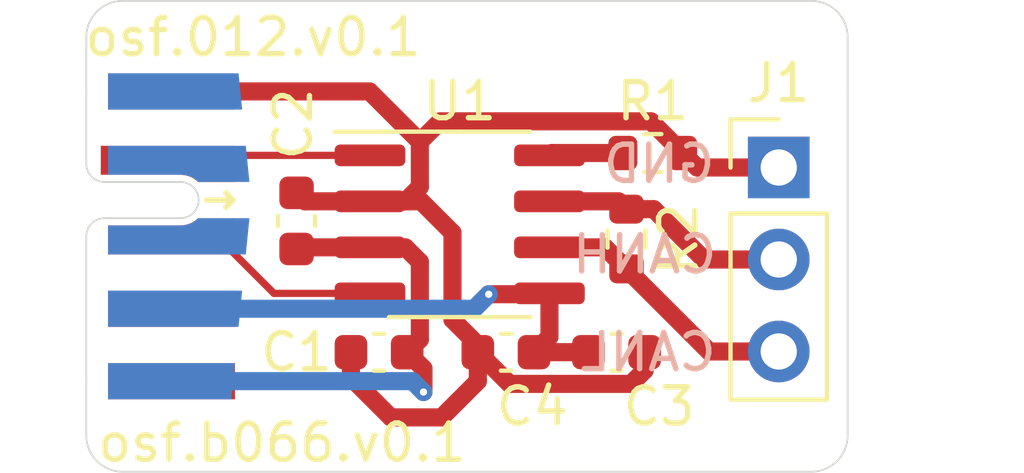
<source format=kicad_pcb>
(kicad_pcb (version 20171130) (host pcbnew "(5.1.10)-1")

  (general
    (thickness 1.6)
    (drawings 15)
    (tracks 60)
    (zones 0)
    (modules 9)
    (nets 9)
  )

  (page A4)
  (layers
    (0 F.Cu signal)
    (31 B.Cu signal)
    (32 B.Adhes user)
    (33 F.Adhes user)
    (34 B.Paste user)
    (35 F.Paste user)
    (36 B.SilkS user)
    (37 F.SilkS user)
    (38 B.Mask user)
    (39 F.Mask user)
    (40 Dwgs.User user)
    (41 Cmts.User user)
    (42 Eco1.User user)
    (43 Eco2.User user)
    (44 Edge.Cuts user)
    (45 Margin user)
    (46 B.CrtYd user)
    (47 F.CrtYd user)
    (48 B.Fab user)
    (49 F.Fab user)
  )

  (setup
    (last_trace_width 0.2)
    (user_trace_width 0.2)
    (user_trace_width 0.5)
    (trace_clearance 0.15)
    (zone_clearance 0.4)
    (zone_45_only no)
    (trace_min 0.15)
    (via_size 0.45)
    (via_drill 0.2)
    (via_min_size 0.45)
    (via_min_drill 0.2)
    (uvia_size 0.3)
    (uvia_drill 0.1)
    (uvias_allowed no)
    (uvia_min_size 0.2)
    (uvia_min_drill 0.1)
    (edge_width 0.05)
    (segment_width 0.2)
    (pcb_text_width 0.3)
    (pcb_text_size 1.5 1.5)
    (mod_edge_width 0.12)
    (mod_text_size 1 1)
    (mod_text_width 0.15)
    (pad_size 1.524 1.524)
    (pad_drill 0.762)
    (pad_to_mask_clearance 0.04)
    (solder_mask_min_width 0.1)
    (aux_axis_origin 0 0)
    (visible_elements 7FFFFFFF)
    (pcbplotparams
      (layerselection 0x010fc_ffffffff)
      (usegerberextensions false)
      (usegerberattributes false)
      (usegerberadvancedattributes false)
      (creategerberjobfile false)
      (excludeedgelayer true)
      (linewidth 0.100000)
      (plotframeref false)
      (viasonmask false)
      (mode 1)
      (useauxorigin false)
      (hpglpennumber 1)
      (hpglpenspeed 20)
      (hpglpendiameter 15.000000)
      (psnegative false)
      (psa4output false)
      (plotreference true)
      (plotvalue true)
      (plotinvisibletext false)
      (padsonsilk false)
      (subtractmaskfromsilk false)
      (outputformat 1)
      (mirror false)
      (drillshape 0)
      (scaleselection 1)
      (outputdirectory "gerber"))
  )

  (net 0 "")
  (net 1 GND)
  (net 2 +3V3)
  (net 3 "Net-(R1-Pad1)")
  (net 4 /controller/CAN_TX)
  (net 5 /controller/CAN_RX)
  (net 6 +5V)
  (net 7 /controller/CANL)
  (net 8 /controller/CANH)

  (net_class Default "This is the default net class."
    (clearance 0.15)
    (trace_width 0.15)
    (via_dia 0.45)
    (via_drill 0.2)
    (uvia_dia 0.3)
    (uvia_drill 0.1)
    (add_net +3V3)
    (add_net +5V)
    (add_net /controller/CANH)
    (add_net /controller/CANL)
    (add_net /controller/CAN_RX)
    (add_net /controller/CAN_TX)
    (add_net GND)
    (add_net "Net-(R1-Pad1)")
  )

  (module Connector_PinHeader_2.54mm:PinHeader_1x03_P2.54mm_Vertical (layer F.Cu) (tedit 59FED5CC) (tstamp 6182A082)
    (at 96.1 78.6)
    (descr "Through hole straight pin header, 1x03, 2.54mm pitch, single row")
    (tags "Through hole pin header THT 1x03 2.54mm single row")
    (path /6182B348)
    (fp_text reference J1 (at 0 -2.33) (layer F.SilkS)
      (effects (font (size 1 1) (thickness 0.15)))
    )
    (fp_text value Conn_01x03_Male (at 0 7.41) (layer F.Fab)
      (effects (font (size 1 1) (thickness 0.15)))
    )
    (fp_text user %R (at 0 2.54 90) (layer F.Fab)
      (effects (font (size 1 1) (thickness 0.15)))
    )
    (fp_line (start -0.635 -1.27) (end 1.27 -1.27) (layer F.Fab) (width 0.1))
    (fp_line (start 1.27 -1.27) (end 1.27 6.35) (layer F.Fab) (width 0.1))
    (fp_line (start 1.27 6.35) (end -1.27 6.35) (layer F.Fab) (width 0.1))
    (fp_line (start -1.27 6.35) (end -1.27 -0.635) (layer F.Fab) (width 0.1))
    (fp_line (start -1.27 -0.635) (end -0.635 -1.27) (layer F.Fab) (width 0.1))
    (fp_line (start -1.33 6.41) (end 1.33 6.41) (layer F.SilkS) (width 0.12))
    (fp_line (start -1.33 1.27) (end -1.33 6.41) (layer F.SilkS) (width 0.12))
    (fp_line (start 1.33 1.27) (end 1.33 6.41) (layer F.SilkS) (width 0.12))
    (fp_line (start -1.33 1.27) (end 1.33 1.27) (layer F.SilkS) (width 0.12))
    (fp_line (start -1.33 0) (end -1.33 -1.33) (layer F.SilkS) (width 0.12))
    (fp_line (start -1.33 -1.33) (end 0 -1.33) (layer F.SilkS) (width 0.12))
    (fp_line (start -1.8 -1.8) (end -1.8 6.85) (layer F.CrtYd) (width 0.05))
    (fp_line (start -1.8 6.85) (end 1.8 6.85) (layer F.CrtYd) (width 0.05))
    (fp_line (start 1.8 6.85) (end 1.8 -1.8) (layer F.CrtYd) (width 0.05))
    (fp_line (start 1.8 -1.8) (end -1.8 -1.8) (layer F.CrtYd) (width 0.05))
    (pad 3 thru_hole oval (at 0 5.08) (size 1.7 1.7) (drill 1) (layers *.Cu *.Mask)
      (net 7 /controller/CANL))
    (pad 2 thru_hole oval (at 0 2.54) (size 1.7 1.7) (drill 1) (layers *.Cu *.Mask)
      (net 8 /controller/CANH))
    (pad 1 thru_hole rect (at 0 0) (size 1.7 1.7) (drill 1) (layers *.Cu *.Mask)
      (net 1 GND))
    (model ${KISYS3DMOD}/Connector_PinHeader_2.54mm.3dshapes/PinHeader_1x03_P2.54mm_Vertical.wrl
      (at (xyz 0 0 0))
      (scale (xyz 1 1 1))
      (rotate (xyz 0 0 0))
    )
  )

  (module Capacitor_SMD:C_0603_1608Metric (layer F.Cu) (tedit 5F68FEEE) (tstamp 617F075B)
    (at 82.8 80.075 90)
    (descr "Capacitor SMD 0603 (1608 Metric), square (rectangular) end terminal, IPC_7351 nominal, (Body size source: IPC-SM-782 page 76, https://www.pcb-3d.com/wordpress/wp-content/uploads/ipc-sm-782a_amendment_1_and_2.pdf), generated with kicad-footprint-generator")
    (tags capacitor)
    (path /617FC0F4)
    (attr smd)
    (fp_text reference C2 (at 2.675 -0.1 90) (layer F.SilkS)
      (effects (font (size 1 1) (thickness 0.15)))
    )
    (fp_text value 100nF (at 0 1.43 90) (layer F.Fab)
      (effects (font (size 1 1) (thickness 0.15)))
    )
    (fp_text user %R (at 0 0 90) (layer F.Fab)
      (effects (font (size 0.4 0.4) (thickness 0.06)))
    )
    (fp_line (start -0.8 0.4) (end -0.8 -0.4) (layer F.Fab) (width 0.1))
    (fp_line (start -0.8 -0.4) (end 0.8 -0.4) (layer F.Fab) (width 0.1))
    (fp_line (start 0.8 -0.4) (end 0.8 0.4) (layer F.Fab) (width 0.1))
    (fp_line (start 0.8 0.4) (end -0.8 0.4) (layer F.Fab) (width 0.1))
    (fp_line (start -0.14058 -0.51) (end 0.14058 -0.51) (layer F.SilkS) (width 0.12))
    (fp_line (start -0.14058 0.51) (end 0.14058 0.51) (layer F.SilkS) (width 0.12))
    (fp_line (start -1.48 0.73) (end -1.48 -0.73) (layer F.CrtYd) (width 0.05))
    (fp_line (start -1.48 -0.73) (end 1.48 -0.73) (layer F.CrtYd) (width 0.05))
    (fp_line (start 1.48 -0.73) (end 1.48 0.73) (layer F.CrtYd) (width 0.05))
    (fp_line (start 1.48 0.73) (end -1.48 0.73) (layer F.CrtYd) (width 0.05))
    (pad 2 smd roundrect (at 0.775 0 90) (size 0.9 0.95) (layers F.Cu F.Paste F.Mask) (roundrect_rratio 0.25)
      (net 1 GND))
    (pad 1 smd roundrect (at -0.775 0 90) (size 0.9 0.95) (layers F.Cu F.Paste F.Mask) (roundrect_rratio 0.25)
      (net 6 +5V))
    (model ${KISYS3DMOD}/Capacitor_SMD.3dshapes/C_0603_1608Metric.wrl
      (at (xyz 0 0 0))
      (scale (xyz 1 1 1))
      (rotate (xyz 0 0 0))
    )
  )

  (module Capacitor_SMD:C_0603_1608Metric (layer F.Cu) (tedit 5F68FEEE) (tstamp 617F074A)
    (at 85.075 83.7 180)
    (descr "Capacitor SMD 0603 (1608 Metric), square (rectangular) end terminal, IPC_7351 nominal, (Body size source: IPC-SM-782 page 76, https://www.pcb-3d.com/wordpress/wp-content/uploads/ipc-sm-782a_amendment_1_and_2.pdf), generated with kicad-footprint-generator")
    (tags capacitor)
    (path /617FC0ED)
    (attr smd)
    (fp_text reference C1 (at 2.275 0) (layer F.SilkS)
      (effects (font (size 1 1) (thickness 0.15)))
    )
    (fp_text value 1uF (at 0 1.43) (layer F.Fab)
      (effects (font (size 1 1) (thickness 0.15)))
    )
    (fp_text user %R (at 0 0) (layer F.Fab)
      (effects (font (size 0.4 0.4) (thickness 0.06)))
    )
    (fp_line (start -0.8 0.4) (end -0.8 -0.4) (layer F.Fab) (width 0.1))
    (fp_line (start -0.8 -0.4) (end 0.8 -0.4) (layer F.Fab) (width 0.1))
    (fp_line (start 0.8 -0.4) (end 0.8 0.4) (layer F.Fab) (width 0.1))
    (fp_line (start 0.8 0.4) (end -0.8 0.4) (layer F.Fab) (width 0.1))
    (fp_line (start -0.14058 -0.51) (end 0.14058 -0.51) (layer F.SilkS) (width 0.12))
    (fp_line (start -0.14058 0.51) (end 0.14058 0.51) (layer F.SilkS) (width 0.12))
    (fp_line (start -1.48 0.73) (end -1.48 -0.73) (layer F.CrtYd) (width 0.05))
    (fp_line (start -1.48 -0.73) (end 1.48 -0.73) (layer F.CrtYd) (width 0.05))
    (fp_line (start 1.48 -0.73) (end 1.48 0.73) (layer F.CrtYd) (width 0.05))
    (fp_line (start 1.48 0.73) (end -1.48 0.73) (layer F.CrtYd) (width 0.05))
    (pad 2 smd roundrect (at 0.775 0 180) (size 0.9 0.95) (layers F.Cu F.Paste F.Mask) (roundrect_rratio 0.25)
      (net 1 GND))
    (pad 1 smd roundrect (at -0.775 0 180) (size 0.9 0.95) (layers F.Cu F.Paste F.Mask) (roundrect_rratio 0.25)
      (net 6 +5V))
    (model ${KISYS3DMOD}/Capacitor_SMD.3dshapes/C_0603_1608Metric.wrl
      (at (xyz 0 0 0))
      (scale (xyz 1 1 1))
      (rotate (xyz 0 0 0))
    )
  )

  (module Package_SO:SOIC-8_3.9x4.9mm_P1.27mm (layer F.Cu) (tedit 5D9F72B1) (tstamp 617F058F)
    (at 87.3 80.17)
    (descr "SOIC, 8 Pin (JEDEC MS-012AA, https://www.analog.com/media/en/package-pcb-resources/package/pkg_pdf/soic_narrow-r/r_8.pdf), generated with kicad-footprint-generator ipc_gullwing_generator.py")
    (tags "SOIC SO")
    (path /617EFAFA/617F6359)
    (attr smd)
    (fp_text reference U1 (at 0 -3.4) (layer F.SilkS)
      (effects (font (size 1 1) (thickness 0.15)))
    )
    (fp_text value TJA1441 (at 0 3.4) (layer F.Fab)
      (effects (font (size 1 1) (thickness 0.15)))
    )
    (fp_text user %R (at 0 0) (layer F.Fab)
      (effects (font (size 0.98 0.98) (thickness 0.15)))
    )
    (fp_line (start 0 2.56) (end 1.95 2.56) (layer F.SilkS) (width 0.12))
    (fp_line (start 0 2.56) (end -1.95 2.56) (layer F.SilkS) (width 0.12))
    (fp_line (start 0 -2.56) (end 1.95 -2.56) (layer F.SilkS) (width 0.12))
    (fp_line (start 0 -2.56) (end -3.45 -2.56) (layer F.SilkS) (width 0.12))
    (fp_line (start -0.975 -2.45) (end 1.95 -2.45) (layer F.Fab) (width 0.1))
    (fp_line (start 1.95 -2.45) (end 1.95 2.45) (layer F.Fab) (width 0.1))
    (fp_line (start 1.95 2.45) (end -1.95 2.45) (layer F.Fab) (width 0.1))
    (fp_line (start -1.95 2.45) (end -1.95 -1.475) (layer F.Fab) (width 0.1))
    (fp_line (start -1.95 -1.475) (end -0.975 -2.45) (layer F.Fab) (width 0.1))
    (fp_line (start -3.7 -2.7) (end -3.7 2.7) (layer F.CrtYd) (width 0.05))
    (fp_line (start -3.7 2.7) (end 3.7 2.7) (layer F.CrtYd) (width 0.05))
    (fp_line (start 3.7 2.7) (end 3.7 -2.7) (layer F.CrtYd) (width 0.05))
    (fp_line (start 3.7 -2.7) (end -3.7 -2.7) (layer F.CrtYd) (width 0.05))
    (pad 8 smd roundrect (at 2.475 -1.905) (size 1.95 0.6) (layers F.Cu F.Paste F.Mask) (roundrect_rratio 0.25)
      (net 3 "Net-(R1-Pad1)"))
    (pad 7 smd roundrect (at 2.475 -0.635) (size 1.95 0.6) (layers F.Cu F.Paste F.Mask) (roundrect_rratio 0.25)
      (net 8 /controller/CANH))
    (pad 6 smd roundrect (at 2.475 0.635) (size 1.95 0.6) (layers F.Cu F.Paste F.Mask) (roundrect_rratio 0.25)
      (net 7 /controller/CANL))
    (pad 5 smd roundrect (at 2.475 1.905) (size 1.95 0.6) (layers F.Cu F.Paste F.Mask) (roundrect_rratio 0.25)
      (net 2 +3V3))
    (pad 4 smd roundrect (at -2.475 1.905) (size 1.95 0.6) (layers F.Cu F.Paste F.Mask) (roundrect_rratio 0.25)
      (net 5 /controller/CAN_RX))
    (pad 3 smd roundrect (at -2.475 0.635) (size 1.95 0.6) (layers F.Cu F.Paste F.Mask) (roundrect_rratio 0.25)
      (net 6 +5V))
    (pad 2 smd roundrect (at -2.475 -0.635) (size 1.95 0.6) (layers F.Cu F.Paste F.Mask) (roundrect_rratio 0.25)
      (net 1 GND))
    (pad 1 smd roundrect (at -2.475 -1.905) (size 1.95 0.6) (layers F.Cu F.Paste F.Mask) (roundrect_rratio 0.25)
      (net 4 /controller/CAN_TX))
    (model ${KISYS3DMOD}/Package_SO.3dshapes/SOIC-8_3.9x4.9mm_P1.27mm.wrl
      (at (xyz 0 0 0))
      (scale (xyz 1 1 1))
      (rotate (xyz 0 0 0))
    )
  )

  (module Resistor_SMD:R_0603_1608Metric (layer F.Cu) (tedit 5F68FEEE) (tstamp 617F0575)
    (at 91.9 80.575 270)
    (descr "Resistor SMD 0603 (1608 Metric), square (rectangular) end terminal, IPC_7351 nominal, (Body size source: IPC-SM-782 page 72, https://www.pcb-3d.com/wordpress/wp-content/uploads/ipc-sm-782a_amendment_1_and_2.pdf), generated with kicad-footprint-generator")
    (tags resistor)
    (path /617EFAFA/617F9B9A)
    (attr smd)
    (fp_text reference R2 (at 0 -1.43 90) (layer F.SilkS)
      (effects (font (size 1 1) (thickness 0.15)))
    )
    (fp_text value NC (at 0 1.43 90) (layer F.Fab)
      (effects (font (size 1 1) (thickness 0.15)))
    )
    (fp_text user %R (at 0 0 90) (layer F.Fab)
      (effects (font (size 0.4 0.4) (thickness 0.06)))
    )
    (fp_line (start -0.8 0.4125) (end -0.8 -0.4125) (layer F.Fab) (width 0.1))
    (fp_line (start -0.8 -0.4125) (end 0.8 -0.4125) (layer F.Fab) (width 0.1))
    (fp_line (start 0.8 -0.4125) (end 0.8 0.4125) (layer F.Fab) (width 0.1))
    (fp_line (start 0.8 0.4125) (end -0.8 0.4125) (layer F.Fab) (width 0.1))
    (fp_line (start -0.237258 -0.5225) (end 0.237258 -0.5225) (layer F.SilkS) (width 0.12))
    (fp_line (start -0.237258 0.5225) (end 0.237258 0.5225) (layer F.SilkS) (width 0.12))
    (fp_line (start -1.48 0.73) (end -1.48 -0.73) (layer F.CrtYd) (width 0.05))
    (fp_line (start -1.48 -0.73) (end 1.48 -0.73) (layer F.CrtYd) (width 0.05))
    (fp_line (start 1.48 -0.73) (end 1.48 0.73) (layer F.CrtYd) (width 0.05))
    (fp_line (start 1.48 0.73) (end -1.48 0.73) (layer F.CrtYd) (width 0.05))
    (pad 2 smd roundrect (at 0.825 0 270) (size 0.8 0.95) (layers F.Cu F.Paste F.Mask) (roundrect_rratio 0.25)
      (net 7 /controller/CANL))
    (pad 1 smd roundrect (at -0.825 0 270) (size 0.8 0.95) (layers F.Cu F.Paste F.Mask) (roundrect_rratio 0.25)
      (net 8 /controller/CANH))
    (model ${KISYS3DMOD}/Resistor_SMD.3dshapes/R_0603_1608Metric.wrl
      (at (xyz 0 0 0))
      (scale (xyz 1 1 1))
      (rotate (xyz 0 0 0))
    )
  )

  (module Resistor_SMD:R_0603_1608Metric (layer F.Cu) (tedit 5F68FEEE) (tstamp 617F0564)
    (at 92.625 78.2)
    (descr "Resistor SMD 0603 (1608 Metric), square (rectangular) end terminal, IPC_7351 nominal, (Body size source: IPC-SM-782 page 72, https://www.pcb-3d.com/wordpress/wp-content/uploads/ipc-sm-782a_amendment_1_and_2.pdf), generated with kicad-footprint-generator")
    (tags resistor)
    (path /617EFAFA/617F7474)
    (attr smd)
    (fp_text reference R1 (at 0 -1.43) (layer F.SilkS)
      (effects (font (size 1 1) (thickness 0.15)))
    )
    (fp_text value 0R (at 0 1.43) (layer F.Fab)
      (effects (font (size 1 1) (thickness 0.15)))
    )
    (fp_text user %R (at 0 0) (layer F.Fab)
      (effects (font (size 0.4 0.4) (thickness 0.06)))
    )
    (fp_line (start -0.8 0.4125) (end -0.8 -0.4125) (layer F.Fab) (width 0.1))
    (fp_line (start -0.8 -0.4125) (end 0.8 -0.4125) (layer F.Fab) (width 0.1))
    (fp_line (start 0.8 -0.4125) (end 0.8 0.4125) (layer F.Fab) (width 0.1))
    (fp_line (start 0.8 0.4125) (end -0.8 0.4125) (layer F.Fab) (width 0.1))
    (fp_line (start -0.237258 -0.5225) (end 0.237258 -0.5225) (layer F.SilkS) (width 0.12))
    (fp_line (start -0.237258 0.5225) (end 0.237258 0.5225) (layer F.SilkS) (width 0.12))
    (fp_line (start -1.48 0.73) (end -1.48 -0.73) (layer F.CrtYd) (width 0.05))
    (fp_line (start -1.48 -0.73) (end 1.48 -0.73) (layer F.CrtYd) (width 0.05))
    (fp_line (start 1.48 -0.73) (end 1.48 0.73) (layer F.CrtYd) (width 0.05))
    (fp_line (start 1.48 0.73) (end -1.48 0.73) (layer F.CrtYd) (width 0.05))
    (pad 2 smd roundrect (at 0.825 0) (size 0.8 0.95) (layers F.Cu F.Paste F.Mask) (roundrect_rratio 0.25)
      (net 1 GND))
    (pad 1 smd roundrect (at -0.825 0) (size 0.8 0.95) (layers F.Cu F.Paste F.Mask) (roundrect_rratio 0.25)
      (net 3 "Net-(R1-Pad1)"))
    (model ${KISYS3DMOD}/Resistor_SMD.3dshapes/R_0603_1608Metric.wrl
      (at (xyz 0 0 0))
      (scale (xyz 1 1 1))
      (rotate (xyz 0 0 0))
    )
  )

  (module on_edge:on_edge_2x05_device (layer F.Cu) (tedit 607DF540) (tstamp 617EFECE)
    (at 77 80.5 270)
    (path /617ED06B)
    (attr virtual)
    (fp_text reference J2 (at 0 1.2 270 unlocked) (layer F.Fab)
      (effects (font (size 0.5 0.5) (thickness 0.05)))
    )
    (fp_text value 012_CAN (at 0 2 270 unlocked) (layer F.Fab)
      (effects (font (size 0.5 0.5) (thickness 0.05)))
    )
    (fp_arc (start -2 -0.5) (end -2 0) (angle -90) (layer Edge.Cuts) (width 0.05))
    (fp_arc (start 0 -0.5) (end -0.5 -0.5) (angle -90) (layer Edge.Cuts) (width 0.05))
    (fp_arc (start -1 -2.6) (end -0.5 -2.6) (angle -180) (layer Edge.Cuts) (width 0.05))
    (fp_line (start -1.5 -2.6) (end -1.5 -0.5) (layer Edge.Cuts) (width 0.05))
    (fp_line (start -0.5 -0.5) (end -0.5 -2.6) (layer Edge.Cuts) (width 0.05))
    (fp_line (start -1.2 -3.85) (end -1 -4.05) (layer F.SilkS) (width 0.153))
    (fp_line (start -1 -4.05) (end -0.8 -3.85) (layer F.SilkS) (width 0.153))
    (fp_line (start -1 -4.05) (end -1 -3.323) (layer F.SilkS) (width 0.153))
    (fp_line (start -4 0) (end -2 0) (layer Edge.Cuts) (width 0.05))
    (fp_line (start 0 0) (end 4 0) (layer Edge.Cuts) (width 0.05))
    (fp_line (start -5 -5) (end 5 -5) (layer F.CrtYd) (width 0.05))
    (fp_line (start 5 -5) (end 5 0.5) (layer F.CrtYd) (width 0.05))
    (fp_line (start 5 0.5) (end -5 0.5) (layer F.CrtYd) (width 0.05))
    (fp_line (start -5 0.5) (end -5 -5) (layer F.CrtYd) (width 0.05))
    (fp_line (start 5 -5) (end -5 -5) (layer B.CrtYd) (width 0.05))
    (fp_line (start -5 -5) (end -5 0.5) (layer B.CrtYd) (width 0.05))
    (fp_line (start -5 0.5) (end 5 0.5) (layer B.CrtYd) (width 0.05))
    (fp_line (start 5 0.5) (end 5 -5) (layer B.CrtYd) (width 0.05))
    (pad 2 smd custom (at -2 -3.6 270) (size 1 1) (layers F.Cu F.Mask)
      (net 4 /controller/CAN_TX) (zone_connect 0)
      (options (clearance outline) (anchor rect))
      (primitives
        (gr_poly (pts
           (xy 0.3 1) (xy 0.31 0.89) (xy 0.33 0.81) (xy 0.35 0.75) (xy 0.37 0.7)
           (xy 0.4 0.65) (xy 0.44 0.59) (xy 0.48 0.54) (xy 0.5 0.52) (xy 0.5 -0.5)
           (xy -0.5 -0.5) (xy -0.5 3.2) (xy 0.3 3.2)) (width 0))
      ))
    (pad 3 smd custom (at 0 -3.6 270) (size 1 1) (layers F.Cu F.Mask)
      (net 5 /controller/CAN_RX) (zone_connect 0)
      (options (clearance outline) (anchor rect))
      (primitives
        (gr_poly (pts
           (xy -0.3 1) (xy -0.31 0.89) (xy -0.33 0.81) (xy -0.35 0.75) (xy -0.37 0.7)
           (xy -0.4 0.65) (xy -0.44 0.59) (xy -0.48 0.54) (xy -0.5 0.52) (xy -0.5 -0.5)
           (xy 0.5 -0.5) (xy 0.5 3) (xy -0.3 3)) (width 0))
      ))
    (pad 8 smd custom (at 0 -2.1 270) (size 0.4 0.4) (layers B.Cu B.Mask)
      (zone_connect 0)
      (options (clearance outline) (anchor rect))
      (primitives
        (gr_poly (pts
           (xy -0.3 -0.51) (xy -0.31 -0.62) (xy -0.33 -0.7) (xy -0.35 -0.76) (xy -0.37 -0.81)
           (xy -0.4 -0.86) (xy -0.44 -0.92) (xy -0.48 -0.97) (xy -0.5 -0.99) (xy -0.5 -2.4)
           (xy 0.5 -2.3) (xy 0.5 1.5) (xy -0.3 1.5)) (width 0))
      ))
    (pad 7 smd custom (at -2 -2.1 270) (size 0.4 0.4) (layers B.Cu B.Mask)
      (zone_connect 0)
      (options (clearance outline) (anchor rect))
      (primitives
        (gr_poly (pts
           (xy 0.3 -0.51) (xy 0.31 -0.62) (xy 0.33 -0.7) (xy 0.35 -0.76) (xy 0.37 -0.81)
           (xy 0.4 -0.86) (xy 0.44 -0.92) (xy 0.48 -0.97) (xy 0.5 -0.99) (xy 0.5 -2.4)
           (xy -0.5 -2.3) (xy -0.5 1.5) (xy 0.3 1.5)) (width 0))
      ))
    (pad 10 smd custom (at 4 -2.3 270) (size 1 3.4) (layers B.Cu B.Mask)
      (net 6 +5V) (zone_connect 0)
      (options (clearance outline) (anchor rect))
      (primitives
        (gr_poly (pts
           (xy -0.5 -1.7) (xy -0.5 -1.8) (xy 0.5 -1.7)) (width 0))
      ))
    (pad 9 smd custom (at 2 -2.4 270) (size 1 3.6) (layers B.Cu B.Mask)
      (net 2 +3V3) (zone_connect 0)
      (options (clearance outline) (anchor rect))
      (primitives
        (gr_poly (pts
           (xy -0.5 -1.8) (xy -0.5 -1.9) (xy 0.5 -1.8)) (width 0))
      ))
    (pad 6 smd custom (at -4 -2.4 270) (size 1 3.6) (layers B.Cu B.Mask)
      (zone_connect 0)
      (options (clearance outline) (anchor rect))
      (primitives
        (gr_poly (pts
           (xy 0.5 -1.8) (xy 0.5 -1.9) (xy -0.5 -1.8)) (width 0))
      ))
    (pad 5 smd rect (at 4 -2.35 90) (size 1 3.5) (layers F.Cu F.Mask)
      (zone_connect 0))
    (pad 1 smd rect (at -4 -2.35 90) (size 1 3.5) (layers F.Cu F.Mask)
      (net 1 GND) (zone_connect 0))
    (pad 4 smd rect (at 2 -2.35 90) (size 1 3.5) (layers F.Cu F.Mask)
      (zone_connect 0))
  )

  (module Capacitor_SMD:C_0603_1608Metric (layer F.Cu) (tedit 5F68FEEE) (tstamp 617EFEAE)
    (at 88.575 83.7 180)
    (descr "Capacitor SMD 0603 (1608 Metric), square (rectangular) end terminal, IPC_7351 nominal, (Body size source: IPC-SM-782 page 76, https://www.pcb-3d.com/wordpress/wp-content/uploads/ipc-sm-782a_amendment_1_and_2.pdf), generated with kicad-footprint-generator")
    (tags capacitor)
    (path /61806B1A)
    (attr smd)
    (fp_text reference C4 (at -0.725 -1.5) (layer F.SilkS)
      (effects (font (size 1 1) (thickness 0.15)))
    )
    (fp_text value 100nF (at 0 1.43) (layer F.Fab)
      (effects (font (size 1 1) (thickness 0.15)))
    )
    (fp_text user %R (at 0 0) (layer F.Fab)
      (effects (font (size 0.4 0.4) (thickness 0.06)))
    )
    (fp_line (start -0.8 0.4) (end -0.8 -0.4) (layer F.Fab) (width 0.1))
    (fp_line (start -0.8 -0.4) (end 0.8 -0.4) (layer F.Fab) (width 0.1))
    (fp_line (start 0.8 -0.4) (end 0.8 0.4) (layer F.Fab) (width 0.1))
    (fp_line (start 0.8 0.4) (end -0.8 0.4) (layer F.Fab) (width 0.1))
    (fp_line (start -0.14058 -0.51) (end 0.14058 -0.51) (layer F.SilkS) (width 0.12))
    (fp_line (start -0.14058 0.51) (end 0.14058 0.51) (layer F.SilkS) (width 0.12))
    (fp_line (start -1.48 0.73) (end -1.48 -0.73) (layer F.CrtYd) (width 0.05))
    (fp_line (start -1.48 -0.73) (end 1.48 -0.73) (layer F.CrtYd) (width 0.05))
    (fp_line (start 1.48 -0.73) (end 1.48 0.73) (layer F.CrtYd) (width 0.05))
    (fp_line (start 1.48 0.73) (end -1.48 0.73) (layer F.CrtYd) (width 0.05))
    (pad 2 smd roundrect (at 0.775 0 180) (size 0.9 0.95) (layers F.Cu F.Paste F.Mask) (roundrect_rratio 0.25)
      (net 1 GND))
    (pad 1 smd roundrect (at -0.775 0 180) (size 0.9 0.95) (layers F.Cu F.Paste F.Mask) (roundrect_rratio 0.25)
      (net 2 +3V3))
    (model ${KISYS3DMOD}/Capacitor_SMD.3dshapes/C_0603_1608Metric.wrl
      (at (xyz 0 0 0))
      (scale (xyz 1 1 1))
      (rotate (xyz 0 0 0))
    )
  )

  (module Capacitor_SMD:C_0603_1608Metric (layer F.Cu) (tedit 5F68FEEE) (tstamp 617EFE9D)
    (at 91.625 83.7)
    (descr "Capacitor SMD 0603 (1608 Metric), square (rectangular) end terminal, IPC_7351 nominal, (Body size source: IPC-SM-782 page 76, https://www.pcb-3d.com/wordpress/wp-content/uploads/ipc-sm-782a_amendment_1_and_2.pdf), generated with kicad-footprint-generator")
    (tags capacitor)
    (path /61805A99)
    (attr smd)
    (fp_text reference C3 (at 1.175 1.5) (layer F.SilkS)
      (effects (font (size 1 1) (thickness 0.15)))
    )
    (fp_text value 1uF (at 0 1.43) (layer F.Fab)
      (effects (font (size 1 1) (thickness 0.15)))
    )
    (fp_text user %R (at 0 0) (layer F.Fab)
      (effects (font (size 0.4 0.4) (thickness 0.06)))
    )
    (fp_line (start -0.8 0.4) (end -0.8 -0.4) (layer F.Fab) (width 0.1))
    (fp_line (start -0.8 -0.4) (end 0.8 -0.4) (layer F.Fab) (width 0.1))
    (fp_line (start 0.8 -0.4) (end 0.8 0.4) (layer F.Fab) (width 0.1))
    (fp_line (start 0.8 0.4) (end -0.8 0.4) (layer F.Fab) (width 0.1))
    (fp_line (start -0.14058 -0.51) (end 0.14058 -0.51) (layer F.SilkS) (width 0.12))
    (fp_line (start -0.14058 0.51) (end 0.14058 0.51) (layer F.SilkS) (width 0.12))
    (fp_line (start -1.48 0.73) (end -1.48 -0.73) (layer F.CrtYd) (width 0.05))
    (fp_line (start -1.48 -0.73) (end 1.48 -0.73) (layer F.CrtYd) (width 0.05))
    (fp_line (start 1.48 -0.73) (end 1.48 0.73) (layer F.CrtYd) (width 0.05))
    (fp_line (start 1.48 0.73) (end -1.48 0.73) (layer F.CrtYd) (width 0.05))
    (pad 2 smd roundrect (at 0.775 0) (size 0.9 0.95) (layers F.Cu F.Paste F.Mask) (roundrect_rratio 0.25)
      (net 1 GND))
    (pad 1 smd roundrect (at -0.775 0) (size 0.9 0.95) (layers F.Cu F.Paste F.Mask) (roundrect_rratio 0.25)
      (net 2 +3V3))
    (model ${KISYS3DMOD}/Capacitor_SMD.3dshapes/C_0603_1608Metric.wrl
      (at (xyz 0 0 0))
      (scale (xyz 1 1 1))
      (rotate (xyz 0 0 0))
    )
  )

  (gr_text GND (at 92.8 78.5) (layer B.SilkS)
    (effects (font (size 1 1) (thickness 0.15)) (justify mirror))
  )
  (gr_text CANL (at 92.5 83.7) (layer B.SilkS)
    (effects (font (size 1 1) (thickness 0.15)) (justify mirror))
  )
  (gr_text CANH (at 92.4 81) (layer B.SilkS)
    (effects (font (size 1 1) (thickness 0.15)) (justify mirror))
  )
  (gr_text osf.012.v0.1 (at 81.6 75) (layer F.SilkS)
    (effects (font (size 1 1) (thickness 0.15)))
  )
  (gr_text osf.b066.v0.1 (at 82.4 86.2) (layer F.SilkS)
    (effects (font (size 1 1) (thickness 0.15)))
  )
  (gr_line (start 77 76.5) (end 77 75) (layer Edge.Cuts) (width 0.05) (tstamp 609CF599))
  (gr_line (start 98 76.5) (end 98 75) (layer Edge.Cuts) (width 0.05) (tstamp 6083D7CB))
  (gr_line (start 98 86) (end 98 76.5) (layer Edge.Cuts) (width 0.05))
  (gr_line (start 78 74) (end 97 74) (layer Edge.Cuts) (width 0.05) (tstamp 6083D74D))
  (gr_line (start 77 86) (end 77 84.5) (layer Edge.Cuts) (width 0.05) (tstamp 6083704E))
  (gr_line (start 97 87) (end 78 87) (layer Edge.Cuts) (width 0.05) (tstamp 6083704D))
  (gr_arc (start 78 86) (end 77 86) (angle -90) (layer Edge.Cuts) (width 0.05))
  (gr_arc (start 97 86) (end 97 87) (angle -90) (layer Edge.Cuts) (width 0.05))
  (gr_arc (start 78 75) (end 78 74) (angle -90) (layer Edge.Cuts) (width 0.05))
  (gr_arc (start 97 75) (end 98 75) (angle -90) (layer Edge.Cuts) (width 0.05))

  (segment (start 83.035 79.535) (end 82.8 79.3) (width 0.5) (layer F.Cu) (net 1))
  (segment (start 84.825 79.535) (end 83.035 79.535) (width 0.5) (layer F.Cu) (net 1))
  (segment (start 85.8 79.535) (end 84.825 79.535) (width 0.5) (layer F.Cu) (net 1))
  (segment (start 86.20001 79.13499) (end 85.8 79.535) (width 0.5) (layer F.Cu) (net 1))
  (segment (start 86.20001 77.887176) (end 86.20001 79.13499) (width 0.5) (layer F.Cu) (net 1))
  (segment (start 84.812834 76.5) (end 86.20001 77.887176) (width 0.5) (layer F.Cu) (net 1))
  (segment (start 79.35 76.5) (end 84.812834 76.5) (width 0.5) (layer F.Cu) (net 1))
  (segment (start 93.85 78.6) (end 93.45 78.2) (width 0.5) (layer F.Cu) (net 1))
  (segment (start 96.1 78.6) (end 93.85 78.6) (width 0.5) (layer F.Cu) (net 1))
  (segment (start 86.762196 77.32499) (end 86.20001 77.887176) (width 0.5) (layer F.Cu) (net 1))
  (segment (start 92.57499 77.32499) (end 86.762196 77.32499) (width 0.5) (layer F.Cu) (net 1))
  (segment (start 93.45 78.2) (end 92.57499 77.32499) (width 0.5) (layer F.Cu) (net 1))
  (segment (start 92.4 83.7) (end 92.4 84.2) (width 0.5) (layer F.Cu) (net 1))
  (segment (start 88.67501 84.57501) (end 87.8 83.7) (width 0.5) (layer F.Cu) (net 1))
  (segment (start 92.02499 84.57501) (end 88.67501 84.57501) (width 0.5) (layer F.Cu) (net 1))
  (segment (start 92.4 84.2) (end 92.02499 84.57501) (width 0.5) (layer F.Cu) (net 1))
  (segment (start 84.3 83.7) (end 84.3 84.4) (width 0.5) (layer F.Cu) (net 1))
  (segment (start 84.3 84.4) (end 85.4 85.5) (width 0.5) (layer F.Cu) (net 1))
  (segment (start 85.4 85.5) (end 86.8 85.5) (width 0.5) (layer F.Cu) (net 1))
  (segment (start 87.8 84.5) (end 87.8 83.7) (width 0.5) (layer F.Cu) (net 1))
  (segment (start 86.8 85.5) (end 87.8 84.5) (width 0.5) (layer F.Cu) (net 1))
  (segment (start 87.8 83.7) (end 87.8 83.5) (width 0.5) (layer F.Cu) (net 1))
  (segment (start 87.8 83.5) (end 87.1 82.8) (width 0.5) (layer F.Cu) (net 1))
  (segment (start 87.1 82.8) (end 87.1 80.4) (width 0.5) (layer F.Cu) (net 1))
  (segment (start 86.235 79.535) (end 84.825 79.535) (width 0.5) (layer F.Cu) (net 1))
  (segment (start 87.1 80.4) (end 86.235 79.535) (width 0.5) (layer F.Cu) (net 1))
  (via (at 88.1 82.1) (size 0.45) (drill 0.2) (layers F.Cu B.Cu) (net 2))
  (segment (start 87.7 82.5) (end 88.1 82.1) (width 0.5) (layer B.Cu) (net 2))
  (segment (start 79.4 82.5) (end 87.7 82.5) (width 0.5) (layer B.Cu) (net 2))
  (segment (start 89.75 82.1) (end 89.775 82.075) (width 0.5) (layer F.Cu) (net 2))
  (segment (start 88.1 82.1) (end 89.75 82.1) (width 0.5) (layer F.Cu) (net 2))
  (segment (start 89.775 83.275) (end 89.35 83.7) (width 0.5) (layer F.Cu) (net 2))
  (segment (start 89.775 82.075) (end 89.775 83.275) (width 0.5) (layer F.Cu) (net 2))
  (segment (start 90.85 83.7) (end 89.35 83.7) (width 0.5) (layer F.Cu) (net 2))
  (segment (start 89.84 78.2) (end 89.775 78.265) (width 0.5) (layer F.Cu) (net 3))
  (segment (start 91.8 78.2) (end 89.84 78.2) (width 0.5) (layer F.Cu) (net 3))
  (segment (start 80.835 78.265) (end 80.6 78.5) (width 0.2) (layer F.Cu) (net 4))
  (segment (start 84.825 78.265) (end 80.835 78.265) (width 0.2) (layer F.Cu) (net 4))
  (segment (start 82.175 82.075) (end 84.825 82.075) (width 0.2) (layer F.Cu) (net 5))
  (segment (start 80.6 80.5) (end 82.175 82.075) (width 0.2) (layer F.Cu) (net 5))
  (segment (start 85.8 80.805) (end 84.825 80.805) (width 0.5) (layer F.Cu) (net 6))
  (segment (start 86.20001 81.20501) (end 85.8 80.805) (width 0.5) (layer F.Cu) (net 6))
  (segment (start 86.20001 83.34999) (end 86.20001 81.20501) (width 0.5) (layer F.Cu) (net 6))
  (segment (start 85.85 83.7) (end 86.20001 83.34999) (width 0.5) (layer F.Cu) (net 6))
  (segment (start 82.845 80.805) (end 82.8 80.85) (width 0.5) (layer F.Cu) (net 6))
  (segment (start 84.825 80.805) (end 82.845 80.805) (width 0.5) (layer F.Cu) (net 6))
  (via (at 86.3 84.8) (size 0.45) (drill 0.2) (layers F.Cu B.Cu) (net 6))
  (segment (start 86 84.5) (end 86.3 84.8) (width 0.5) (layer B.Cu) (net 6))
  (segment (start 79.3 84.5) (end 86 84.5) (width 0.5) (layer B.Cu) (net 6))
  (segment (start 86.3 84.15) (end 85.85 83.7) (width 0.5) (layer F.Cu) (net 6))
  (segment (start 86.3 84.8) (end 86.3 84.15) (width 0.5) (layer F.Cu) (net 6))
  (segment (start 91.305 80.805) (end 91.9 81.4) (width 0.5) (layer F.Cu) (net 7))
  (segment (start 89.775 80.805) (end 91.305 80.805) (width 0.5) (layer F.Cu) (net 7))
  (segment (start 94.18 83.68) (end 91.9 81.4) (width 0.5) (layer F.Cu) (net 7))
  (segment (start 96.1 83.68) (end 94.18 83.68) (width 0.5) (layer F.Cu) (net 7))
  (segment (start 91.685 79.535) (end 91.9 79.75) (width 0.5) (layer F.Cu) (net 8))
  (segment (start 89.775 79.535) (end 91.685 79.535) (width 0.5) (layer F.Cu) (net 8))
  (segment (start 91.9 79.75) (end 92.65 79.75) (width 0.5) (layer F.Cu) (net 8))
  (segment (start 94.04 81.14) (end 96.1 81.14) (width 0.5) (layer F.Cu) (net 8))
  (segment (start 92.65 79.75) (end 94.04 81.14) (width 0.5) (layer F.Cu) (net 8))

)

</source>
